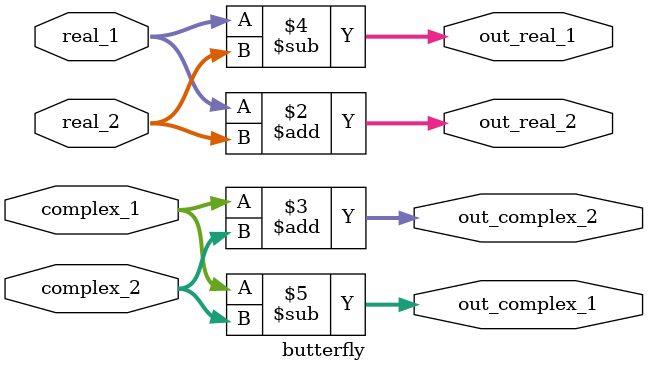
<source format=sv>

module butterfly(
input wire signed [15:0] real_1,
input wire signed [15:0] complex_1,
input wire signed [15:0] real_2,
input wire signed [15:0] complex_2,
output reg signed [15:0] out_real_1,
output reg signed [15:0] out_complex_1,
output reg signed [15:0] out_real_2,
output reg signed [15:0] out_complex_2,
);

always_comb
begin
	out_real_2 = real_1 + real_2;
	out_complex_2 = complex_1 + complex_2;
	out_real_1 = real_1 - real_2;
	out_complex_1 = complex_1 - complex_2;
end


endmodule

</source>
